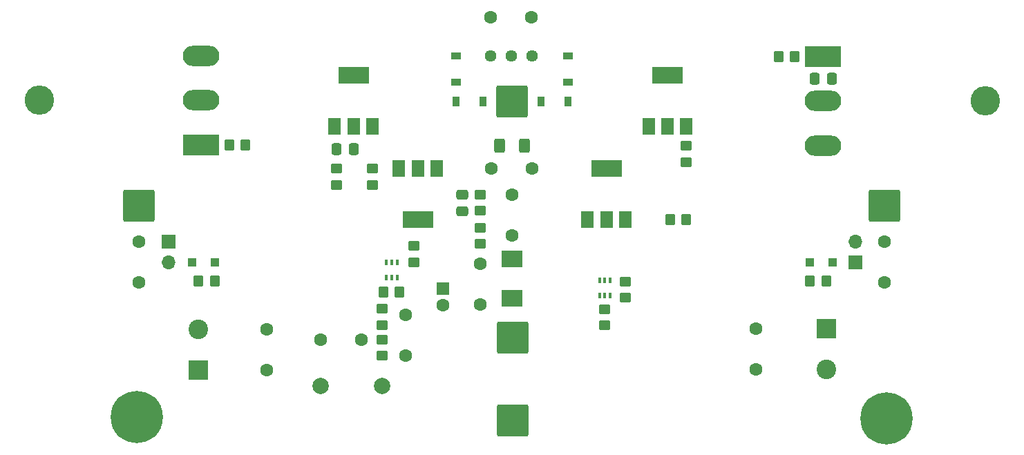
<source format=gbr>
G04 #@! TF.GenerationSoftware,KiCad,Pcbnew,(6.0.0-0)*
G04 #@! TF.CreationDate,2021-12-28T19:59:02+01:00*
G04 #@! TF.ProjectId,amp-mosfet-80w,616d702d-6d6f-4736-9665-742d3830772e,rev?*
G04 #@! TF.SameCoordinates,Original*
G04 #@! TF.FileFunction,Soldermask,Top*
G04 #@! TF.FilePolarity,Negative*
%FSLAX46Y46*%
G04 Gerber Fmt 4.6, Leading zero omitted, Abs format (unit mm)*
G04 Created by KiCad (PCBNEW (6.0.0-0)) date 2021-12-28 19:59:02*
%MOMM*%
%LPD*%
G01*
G04 APERTURE LIST*
G04 Aperture macros list*
%AMRoundRect*
0 Rectangle with rounded corners*
0 $1 Rounding radius*
0 $2 $3 $4 $5 $6 $7 $8 $9 X,Y pos of 4 corners*
0 Add a 4 corners polygon primitive as box body*
4,1,4,$2,$3,$4,$5,$6,$7,$8,$9,$2,$3,0*
0 Add four circle primitives for the rounded corners*
1,1,$1+$1,$2,$3*
1,1,$1+$1,$4,$5*
1,1,$1+$1,$6,$7*
1,1,$1+$1,$8,$9*
0 Add four rect primitives between the rounded corners*
20,1,$1+$1,$2,$3,$4,$5,0*
20,1,$1+$1,$4,$5,$6,$7,0*
20,1,$1+$1,$6,$7,$8,$9,0*
20,1,$1+$1,$8,$9,$2,$3,0*%
G04 Aperture macros list end*
%ADD10RoundRect,0.249999X0.450001X-0.350001X0.450001X0.350001X-0.450001X0.350001X-0.450001X-0.350001X0*%
%ADD11C,1.600000*%
%ADD12R,1.600000X1.600000*%
%ADD13RoundRect,0.250000X-0.475000X0.337500X-0.475000X-0.337500X0.475000X-0.337500X0.475000X0.337500X0*%
%ADD14RoundRect,0.250000X-0.337500X-0.475000X0.337500X-0.475000X0.337500X0.475000X-0.337500X0.475000X0*%
%ADD15R,2.400000X2.400000*%
%ADD16C,2.400000*%
%ADD17R,1.200000X0.900000*%
%ADD18R,0.900000X1.200000*%
%ADD19R,1.100000X1.100000*%
%ADD20C,2.000000*%
%ADD21RoundRect,0.250001X-1.699999X-1.699999X1.699999X-1.699999X1.699999X1.699999X-1.699999X1.699999X0*%
%ADD22R,1.700000X1.700000*%
%ADD23O,1.700000X1.700000*%
%ADD24C,6.400000*%
%ADD25C,0.800000*%
%ADD26RoundRect,0.249999X-0.450001X0.350001X-0.450001X-0.350001X0.450001X-0.350001X0.450001X0.350001X0*%
%ADD27RoundRect,0.250000X0.400000X0.625000X-0.400000X0.625000X-0.400000X-0.625000X0.400000X-0.625000X0*%
%ADD28RoundRect,0.249999X-0.350001X-0.450001X0.350001X-0.450001X0.350001X0.450001X-0.350001X0.450001X0*%
%ADD29RoundRect,0.249999X0.350001X0.450001X-0.350001X0.450001X-0.350001X-0.450001X0.350001X-0.450001X0*%
%ADD30R,2.600000X2.100000*%
%ADD31R,1.500000X2.000000*%
%ADD32R,3.800000X2.000000*%
%ADD33R,0.400000X0.650000*%
%ADD34C,1.440000*%
%ADD35O,3.600000X3.600000*%
%ADD36R,4.500000X2.500000*%
%ADD37O,4.500000X2.500000*%
G04 APERTURE END LIST*
D10*
X180721000Y-64373000D03*
X180721000Y-62373000D03*
D11*
X140890000Y-86106000D03*
X135890000Y-86106000D03*
X146367500Y-83121500D03*
X146367500Y-88121500D03*
X161798000Y-65151000D03*
X156798000Y-65151000D03*
D12*
X150939500Y-79883000D03*
D11*
X150939500Y-81883000D03*
D13*
X153289000Y-68326000D03*
X153289000Y-70401000D03*
D11*
X155448000Y-76835000D03*
X155448000Y-81835000D03*
D14*
X137879000Y-62738000D03*
X139954000Y-62738000D03*
D11*
X189230000Y-84789000D03*
X189230000Y-89789000D03*
D15*
X197866000Y-84772500D03*
D16*
X197866000Y-89772500D03*
D11*
X159385000Y-68326000D03*
X159385000Y-73326000D03*
D14*
X196469000Y-54102000D03*
X198544000Y-54102000D03*
D17*
X166243000Y-54608000D03*
X166243000Y-51308000D03*
D18*
X166242000Y-56896000D03*
X162942000Y-56896000D03*
X152528000Y-56896000D03*
X155828000Y-56896000D03*
D17*
X152527000Y-54608000D03*
X152527000Y-51308000D03*
D19*
X195891500Y-76644500D03*
X198691500Y-76644500D03*
D20*
X135890000Y-91821000D03*
X143446500Y-91821000D03*
D21*
X204978000Y-69723000D03*
X159385000Y-56896000D03*
X159448500Y-85852000D03*
X159448500Y-96012000D03*
D22*
X201485500Y-76644500D03*
D23*
X201485500Y-74104500D03*
D24*
X113411000Y-95631000D03*
D25*
X113411000Y-93231000D03*
X113411000Y-98031000D03*
X111713944Y-93933944D03*
X111011000Y-95631000D03*
X115108056Y-93933944D03*
X111713944Y-97328056D03*
X115108056Y-97328056D03*
X115811000Y-95631000D03*
X203534944Y-94060944D03*
X206929056Y-97455056D03*
D24*
X205232000Y-95758000D03*
D25*
X202832000Y-95758000D03*
X205232000Y-98158000D03*
X203534944Y-97455056D03*
X206929056Y-94060944D03*
X205232000Y-93358000D03*
X207632000Y-95758000D03*
D26*
X143446500Y-86106000D03*
X143446500Y-88106000D03*
X143446500Y-82328000D03*
X143446500Y-84328000D03*
X170751500Y-82391500D03*
X170751500Y-84391500D03*
X173228000Y-79010000D03*
X173228000Y-81010000D03*
X147320000Y-74628500D03*
X147320000Y-76628500D03*
D27*
X160909000Y-62357000D03*
X157809000Y-62357000D03*
D26*
X155448000Y-72390000D03*
X155448000Y-74390000D03*
X155448000Y-68326000D03*
X155448000Y-70326000D03*
X142240000Y-65151000D03*
X142240000Y-67151000D03*
D28*
X124714000Y-62230000D03*
X126714000Y-62230000D03*
D29*
X197897500Y-78930500D03*
X195897500Y-78930500D03*
D30*
X159385000Y-76200000D03*
X159385000Y-81100000D03*
D29*
X194024000Y-51435000D03*
X192024000Y-51435000D03*
D11*
X204978000Y-74104500D03*
X204978000Y-79104500D03*
D29*
X122936000Y-78930500D03*
X120936000Y-78930500D03*
D11*
X129286000Y-89836000D03*
X129286000Y-84836000D03*
D15*
X120904000Y-89836000D03*
D16*
X120904000Y-84836000D03*
D29*
X145605500Y-80264000D03*
X143605500Y-80264000D03*
D26*
X137858500Y-65151000D03*
X137858500Y-67151000D03*
D31*
X150128000Y-65151000D03*
D32*
X147828000Y-71451000D03*
D31*
X147828000Y-65151000D03*
X145528000Y-65151000D03*
X168642000Y-71451000D03*
X170942000Y-71451000D03*
D32*
X170942000Y-65151000D03*
D31*
X173242000Y-71451000D03*
X176135000Y-60021000D03*
D32*
X178435000Y-53721000D03*
D31*
X178435000Y-60021000D03*
X180735000Y-60021000D03*
X137654000Y-60021000D03*
D32*
X139954000Y-53721000D03*
D31*
X139954000Y-60021000D03*
X142254000Y-60021000D03*
D33*
X144005500Y-78532000D03*
X144655500Y-78532000D03*
X145305500Y-78532000D03*
X145305500Y-76632000D03*
X144655500Y-76632000D03*
X144005500Y-76632000D03*
X170101500Y-80769500D03*
X170751500Y-80769500D03*
X171401500Y-80769500D03*
X171401500Y-78869500D03*
X170751500Y-78869500D03*
X170101500Y-78869500D03*
D21*
X113665000Y-69723000D03*
D22*
X117284500Y-74104500D03*
D23*
X117284500Y-76644500D03*
D11*
X113665000Y-79104500D03*
X113665000Y-74104500D03*
D19*
X120142000Y-76644500D03*
X122942000Y-76644500D03*
D11*
X156718000Y-46609000D03*
X161718000Y-46609000D03*
D34*
X161798000Y-51308000D03*
X159258000Y-51308000D03*
X156718000Y-51308000D03*
D29*
X180721000Y-71437500D03*
X178721000Y-71437500D03*
D35*
X101425000Y-56780000D03*
D36*
X121285000Y-62230000D03*
D37*
X121285000Y-56780000D03*
X121285000Y-51330000D03*
D35*
X217345000Y-56885000D03*
D36*
X197485000Y-51435000D03*
D37*
X197485000Y-56885000D03*
X197485000Y-62335000D03*
M02*

</source>
